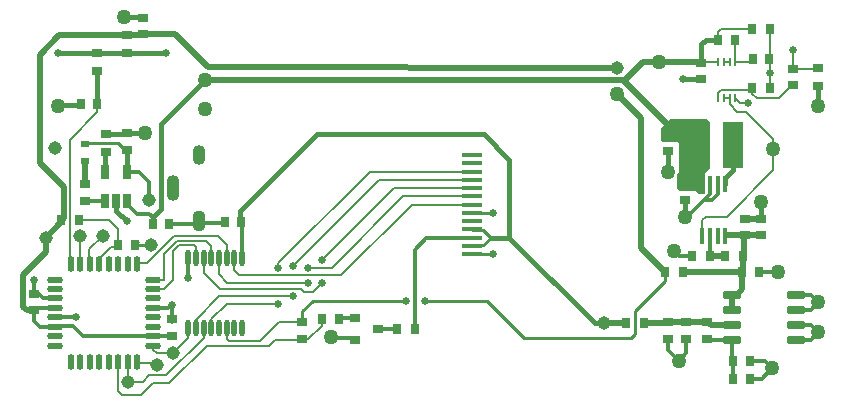
<source format=gtl>
G04*
G04 #@! TF.GenerationSoftware,Altium Limited,Altium Designer,19.1.7 (138)*
G04*
G04 Layer_Physical_Order=1*
G04 Layer_Color=255*
%FSLAX25Y25*%
%MOIN*%
G70*
G01*
G75*
%ADD38O,0.01772X0.05512*%
%ADD39R,0.06693X0.01378*%
G04:AMPARAMS|DCode=40|XSize=9.84mil|YSize=23.62mil|CornerRadius=1.97mil|HoleSize=0mil|Usage=FLASHONLY|Rotation=180.000|XOffset=0mil|YOffset=0mil|HoleType=Round|Shape=RoundedRectangle|*
%AMROUNDEDRECTD40*
21,1,0.00984,0.01968,0,0,180.0*
21,1,0.00591,0.02362,0,0,180.0*
1,1,0.00394,-0.00295,0.00984*
1,1,0.00394,0.00295,0.00984*
1,1,0.00394,0.00295,-0.00984*
1,1,0.00394,-0.00295,-0.00984*
%
%ADD40ROUNDEDRECTD40*%
%ADD41R,0.01772X0.05709*%
%ADD42R,0.07087X0.15748*%
%ADD43R,0.03543X0.03150*%
%ADD44R,0.02756X0.03543*%
%ADD45R,0.03150X0.03543*%
%ADD46R,0.03543X0.03150*%
%ADD47R,0.03543X0.02756*%
G04:AMPARAMS|DCode=48|XSize=23.62mil|YSize=57.09mil|CornerRadius=2.01mil|HoleSize=0mil|Usage=FLASHONLY|Rotation=90.000|XOffset=0mil|YOffset=0mil|HoleType=Round|Shape=RoundedRectangle|*
%AMROUNDEDRECTD48*
21,1,0.02362,0.05307,0,0,90.0*
21,1,0.01961,0.05709,0,0,90.0*
1,1,0.00402,0.02653,0.00980*
1,1,0.00402,0.02653,-0.00980*
1,1,0.00402,-0.02653,-0.00980*
1,1,0.00402,-0.02653,0.00980*
%
%ADD48ROUNDEDRECTD48*%
%ADD49O,0.05315X0.02165*%
%ADD50O,0.02165X0.05315*%
%ADD51R,0.02756X0.05118*%
%ADD52R,0.03150X0.02362*%
%ADD53C,0.02000*%
%ADD54C,0.01000*%
%ADD55C,0.00800*%
%ADD56C,0.01500*%
%ADD57C,0.01200*%
%ADD58O,0.04331X0.06693*%
%ADD59O,0.04331X0.07087*%
%ADD60O,0.04331X0.08661*%
%ADD61C,0.04500*%
%ADD62C,0.02500*%
%ADD63C,0.05000*%
G36*
X128000Y183000D02*
D01*
D02*
G37*
G36*
X313000Y223500D02*
X313000Y208200D01*
X311300Y206500D01*
X311300Y199876D01*
X310924Y199500D01*
X309300D01*
X308300Y200500D01*
X303000D01*
X302000Y201500D01*
X302000Y205881D01*
X302084Y206084D01*
X302500Y206500D01*
Y216500D01*
X302000Y217000D01*
X297000Y217000D01*
X296500Y217500D01*
X296500Y221500D01*
X299500Y224500D01*
X312000D01*
X313000Y223500D01*
D02*
G37*
D38*
X156957Y178114D02*
D03*
X154398D02*
D03*
X151839D02*
D03*
X149279D02*
D03*
X146721D02*
D03*
X144161D02*
D03*
X141602D02*
D03*
X139043D02*
D03*
X156957Y154886D02*
D03*
X154398D02*
D03*
X151839D02*
D03*
X149279D02*
D03*
X146721D02*
D03*
X144161D02*
D03*
X141602D02*
D03*
X139043D02*
D03*
D39*
X233500Y190476D02*
D03*
Y187721D02*
D03*
Y182209D02*
D03*
Y184965D02*
D03*
Y179453D02*
D03*
Y201500D02*
D03*
Y198744D02*
D03*
Y193232D02*
D03*
Y195988D02*
D03*
Y207012D02*
D03*
Y204256D02*
D03*
Y209768D02*
D03*
Y212524D02*
D03*
D40*
X321453Y243406D02*
D03*
X319484D02*
D03*
X317516D02*
D03*
X315547D02*
D03*
X321453Y231594D02*
D03*
X319484D02*
D03*
X317516D02*
D03*
X315547D02*
D03*
D41*
X315500Y203000D02*
D03*
X318059D02*
D03*
X312941D02*
D03*
X310382D02*
D03*
Y185677D02*
D03*
X312941D02*
D03*
X318059D02*
D03*
X315500D02*
D03*
D42*
X320500Y216000D02*
D03*
X308500D02*
D03*
D43*
X304500Y203000D02*
D03*
Y197488D02*
D03*
X118500Y214244D02*
D03*
Y219756D02*
D03*
X133500Y152244D02*
D03*
Y157756D02*
D03*
X87500Y160744D02*
D03*
Y166256D02*
D03*
X305000Y156756D02*
D03*
Y151244D02*
D03*
X124000Y252744D02*
D03*
Y258256D02*
D03*
X299000Y156756D02*
D03*
Y151244D02*
D03*
Y213744D02*
D03*
Y219256D02*
D03*
X330000Y185744D02*
D03*
Y191256D02*
D03*
X324500Y185744D02*
D03*
Y191256D02*
D03*
X310000Y237744D02*
D03*
Y243256D02*
D03*
X340500Y241256D02*
D03*
Y235744D02*
D03*
D44*
X285047Y156500D02*
D03*
X290953D02*
D03*
X298047Y173500D02*
D03*
X303953D02*
D03*
X102500Y191000D02*
D03*
X96595D02*
D03*
X214500Y154500D02*
D03*
X208594D02*
D03*
X320547Y144000D02*
D03*
X326453D02*
D03*
X189453Y158000D02*
D03*
X183547D02*
D03*
X307047Y179000D02*
D03*
X312953D02*
D03*
X318000Y179000D02*
D03*
X323905D02*
D03*
X315547Y251000D02*
D03*
X321453D02*
D03*
X327047Y254500D02*
D03*
X332953D02*
D03*
X332953Y235000D02*
D03*
X327047D02*
D03*
D45*
X121256Y182500D02*
D03*
X115744D02*
D03*
X320744Y138000D02*
D03*
X326256D02*
D03*
X323744Y173500D02*
D03*
X329256D02*
D03*
X156717Y190224D02*
D03*
X151205D02*
D03*
X332756Y244500D02*
D03*
X327244D02*
D03*
X132756Y189500D02*
D03*
X127244D02*
D03*
X103244Y229500D02*
D03*
X108756D02*
D03*
D46*
X202437Y154500D02*
D03*
X194563Y150760D02*
D03*
Y158240D02*
D03*
D47*
X108500Y246500D02*
D03*
Y240595D02*
D03*
X118500Y252500D02*
D03*
Y246595D02*
D03*
X312000Y156953D02*
D03*
Y151047D02*
D03*
X177000D02*
D03*
Y156953D02*
D03*
X111500Y219453D02*
D03*
Y213547D02*
D03*
X104500Y197047D02*
D03*
Y202953D02*
D03*
X349000Y235547D02*
D03*
Y241453D02*
D03*
D48*
X320272Y166000D02*
D03*
Y161000D02*
D03*
Y156000D02*
D03*
Y151000D02*
D03*
X341728Y166000D02*
D03*
Y161000D02*
D03*
Y156000D02*
D03*
Y151000D02*
D03*
D49*
X94661Y171024D02*
D03*
Y167874D02*
D03*
Y164724D02*
D03*
Y161575D02*
D03*
Y158425D02*
D03*
Y155276D02*
D03*
Y152126D02*
D03*
Y148976D02*
D03*
X127339D02*
D03*
Y152126D02*
D03*
Y155276D02*
D03*
Y158425D02*
D03*
Y161575D02*
D03*
Y164724D02*
D03*
Y167874D02*
D03*
Y171024D02*
D03*
D50*
X99976Y143661D02*
D03*
X103126D02*
D03*
X106276D02*
D03*
X109425D02*
D03*
X112575D02*
D03*
X115724D02*
D03*
X118874D02*
D03*
X122024D02*
D03*
Y176339D02*
D03*
X118874D02*
D03*
X115724D02*
D03*
X112575D02*
D03*
X109425D02*
D03*
X106276D02*
D03*
X103126D02*
D03*
X99976D02*
D03*
D51*
X111260Y206724D02*
D03*
X118740D02*
D03*
Y197276D02*
D03*
X115000D02*
D03*
X111260D02*
D03*
D52*
X104500Y216209D02*
D03*
Y210500D02*
D03*
D53*
X145532Y241968D02*
X280468Y241495D01*
X134756Y252744D02*
X145532Y241968D01*
X280468Y241495D02*
X281242Y242263D01*
X284500Y237500D02*
X290500Y243500D01*
X144500Y237500D02*
X284500D01*
X290500Y243500D02*
X296000D01*
X284250Y237250D02*
X299000Y222500D01*
X96595Y190547D02*
X97500Y191453D01*
X290953Y156500D02*
X291081Y156628D01*
X298872D01*
X299000Y156756D01*
Y219256D02*
Y222500D01*
X290000Y181500D02*
Y225000D01*
X282000Y233000D02*
X290000Y225000D01*
X304179Y173524D02*
X323744D01*
X320272Y166000D02*
X321945D01*
X323744Y167799D01*
Y173500D01*
X323825Y173581D01*
Y178919D01*
X323905Y179000D01*
X304155Y173547D02*
X304179Y173524D01*
X290000Y181500D02*
X297953Y173547D01*
X277500Y156500D02*
X285047D01*
X285047Y156500D01*
X96547Y190500D02*
X96595Y190547D01*
Y191000D01*
Y190047D02*
Y190547D01*
X312953Y179000D02*
X312953Y179000D01*
X318000D01*
X324500Y191256D02*
X330000D01*
X324467Y185711D02*
X324500Y185744D01*
X324203Y185447D02*
X324467Y185711D01*
X323905Y179000D02*
X324203Y179297D01*
Y185447D01*
X318173Y185711D02*
X324467D01*
X324500Y185744D02*
X330000D01*
X91500Y180172D02*
Y184500D01*
X91547Y185000D02*
X96595Y190047D01*
X97500Y191453D02*
Y202000D01*
X89500Y210000D02*
X97500Y202000D01*
X124000Y252744D02*
X134756D01*
X296000Y243500D02*
X296122Y243378D01*
X309878D01*
X310000Y243256D01*
X320272Y161000D02*
Y166000D01*
X84028Y172700D02*
X91500Y180172D01*
X84028Y161962D02*
Y172700D01*
Y161962D02*
X85246Y160744D01*
X87500D01*
X89500Y210000D02*
Y246000D01*
X96000Y252500D01*
X118500D01*
X118622Y252622D02*
X123878D01*
X299000Y156756D02*
X305000D01*
X305098Y156854D01*
X311902D01*
X312000Y156953D01*
X312394D01*
X313347Y156000D01*
X320272D01*
Y151000D02*
X320409Y150862D01*
Y144138D02*
X320547Y144000D01*
X104500Y202953D02*
Y210500D01*
D54*
X237469Y187531D02*
X240000Y185000D01*
X233689Y187531D02*
X237469D01*
X298047Y170547D02*
Y173500D01*
X288000Y160500D02*
X298047Y170547D01*
X288000Y153000D02*
Y160500D01*
X286500Y151500D02*
X288000Y153000D01*
X251000Y151500D02*
X286500D01*
X238500Y164000D02*
X251000Y151500D01*
X218000Y164000D02*
X238500D01*
X180500D02*
X211500D01*
X177000Y160500D02*
X180500Y164000D01*
X177000Y156953D02*
Y160500D01*
X237398Y182398D02*
X240000Y185000D01*
X233689Y182398D02*
X237398D01*
X233500Y182209D02*
X233689Y182398D01*
X233500Y187721D02*
X233689Y187531D01*
X233500Y179453D02*
X240453D01*
X233500Y193232D02*
X240453D01*
X115803Y216500D02*
X118303Y214000D01*
X121256Y182500D02*
X126500D01*
X121256D02*
X121256D01*
X122256Y183500D01*
X121256Y182500D02*
X121256Y182500D01*
X118303Y214000D02*
X118500D01*
X118740Y213760D01*
X104791Y216500D02*
X115803D01*
D55*
X144161Y151661D02*
Y154886D01*
X131550Y139050D02*
X144161Y151661D01*
X169453Y156953D02*
X177000D01*
X163000Y150500D02*
X169453Y156953D01*
X152500Y150500D02*
X163000D01*
X151839Y151161D02*
X152500Y150500D01*
X151839Y151161D02*
Y154886D01*
X166000Y149000D02*
X168024Y151024D01*
X145224Y149000D02*
X166000D01*
X132674Y136450D02*
X145224Y149000D01*
X183500Y155500D02*
Y157953D01*
X179047Y151047D02*
X183500Y155500D01*
X177000Y151047D02*
X179047D01*
X168024Y151024D02*
X176976D01*
X177000Y151047D01*
X318500Y192000D02*
X334000Y207500D01*
X311500Y192000D02*
X318500D01*
X310382Y190882D02*
X311500Y192000D01*
X319484Y229516D02*
Y231594D01*
Y229516D02*
X322000Y227000D01*
X325000D01*
X213488Y195988D02*
X233500D01*
X210744Y198744D02*
X233500D01*
X207500Y201500D02*
X233500D01*
X202756Y204256D02*
X233500D01*
X199512Y207012D02*
X233500D01*
X122024Y175875D02*
X122562Y176413D01*
X149000Y185500D02*
X151839Y182661D01*
Y178114D02*
Y182661D01*
X146721Y178114D02*
Y182280D01*
X145000Y184000D02*
X146721Y182280D01*
X135379Y184000D02*
X145000D01*
X141602Y178114D02*
Y181898D01*
Y177614D02*
Y178114D01*
X141000Y182500D02*
X141602Y181898D01*
X136000Y182500D02*
X141000D01*
X146721Y177614D02*
Y178114D01*
X131024Y179645D02*
X135379Y184000D01*
X131024Y171024D02*
Y179645D01*
X151839Y177614D02*
Y178114D01*
X134238Y185500D02*
X149000D01*
X176808Y167800D02*
X177608Y167000D01*
X152000Y170000D02*
X179000D01*
X144161Y173339D02*
Y178114D01*
X149700Y167800D02*
X176808D01*
X180500Y167000D02*
X183500Y170000D01*
X152000Y163000D02*
X169000D01*
X144161Y173339D02*
X149700Y167800D01*
X146721Y157720D02*
X152000Y163000D01*
X141602Y154386D02*
Y157602D01*
X149279Y172721D02*
X152000Y170000D01*
X141602Y157602D02*
X149450Y165450D01*
X177608Y167000D02*
X180500D01*
X149450Y165450D02*
X174050D01*
X149279Y172721D02*
Y178114D01*
X146721Y154386D02*
Y157720D01*
X334000Y207500D02*
Y214500D01*
X126050Y139050D02*
X131550D01*
X310382Y185677D02*
Y190882D01*
X325000Y227000D02*
X334000Y218000D01*
Y214500D02*
Y218000D01*
X156000Y172500D02*
X190000D01*
X154398Y174102D02*
X156000Y172500D01*
X154398Y174102D02*
Y178114D01*
X134000Y180500D02*
X136000Y182500D01*
X125151Y176413D02*
X134238Y185500D01*
X139043Y151416D02*
Y154886D01*
X134127Y146500D02*
X139043Y151416D01*
X134000Y171000D02*
Y180500D01*
X122562Y176413D02*
X125151D01*
X113303Y181803D02*
X115744D01*
X112500Y191000D02*
X115744Y187756D01*
X102500Y191000D02*
X112500D01*
X115744Y182500D02*
Y187756D01*
Y181803D02*
Y182500D01*
X109425Y176339D02*
Y177925D01*
Y175339D02*
Y176339D01*
X106138Y181138D02*
X110500Y185500D01*
X99650Y217650D02*
X108756Y226756D01*
X99650Y175665D02*
Y217650D01*
X103000Y177465D02*
Y185500D01*
X99650Y175665D02*
X99976Y175339D01*
X102500Y176965D02*
X103000Y177465D01*
X102500Y176965D02*
X103126Y176339D01*
X108756Y226756D02*
Y229500D01*
X169000Y176500D02*
X199512Y207012D01*
X169000Y175000D02*
Y176500D01*
X174000Y175500D02*
X202756Y204256D01*
X187000Y175000D02*
X210744Y198744D01*
X179000Y175000D02*
X187000D01*
X183500Y177500D02*
X207500Y201500D01*
X190000Y172500D02*
X213488Y195988D01*
X194323Y158000D02*
X194563Y158240D01*
X109425Y177925D02*
X113303Y181803D01*
X106138Y176476D02*
Y181138D01*
X349197Y241256D02*
X349500Y240953D01*
X117000Y132500D02*
X123307D01*
X115650Y133850D02*
X117000Y132500D01*
X115650Y133850D02*
Y142587D01*
X127257Y136450D02*
X132674D01*
X128500Y146500D02*
X134000D01*
X134127D01*
X127339Y147661D02*
X128500Y146500D01*
X130874Y167874D02*
X134000Y171000D01*
X123307Y132500D02*
X127257Y136450D01*
X115650Y142587D02*
X115724Y142661D01*
X122470Y143081D02*
X127919D01*
X124000Y137000D02*
X126050Y139050D01*
X119000Y137000D02*
X124000D01*
X119000D02*
Y143535D01*
X118874Y143661D02*
X119000Y143535D01*
X127339Y147661D02*
Y148976D01*
X122024Y175339D02*
Y175875D01*
X127339Y171024D02*
X131024D01*
X127339Y167874D02*
X130874D01*
X321476Y231571D02*
X323047Y230000D01*
X325500D01*
X316500Y254500D02*
X327047D01*
X327047Y232953D02*
Y234226D01*
X316628Y234128D02*
X326949D01*
X327047Y234226D01*
X315639Y233139D02*
X316628Y234128D01*
X315639Y231687D02*
Y233139D01*
X315547Y231594D02*
X315639Y231687D01*
X315547Y231594D02*
X315639Y231502D01*
X327047Y232953D02*
X328500Y231500D01*
X336059D01*
X340303Y235744D01*
X340500D01*
X332953Y239902D02*
Y244303D01*
Y235000D02*
Y239902D01*
X332756Y244500D02*
X332953Y244303D01*
X315547Y251000D02*
X315547Y251000D01*
X340500Y247500D02*
X340500Y247500D01*
X340500Y241256D02*
Y247500D01*
X317516Y231594D02*
X319484D01*
X340500Y241256D02*
X349197D01*
X340256Y235500D02*
X340500Y235744D01*
X332756Y244500D02*
X332953Y244697D01*
Y254500D01*
X315547Y253547D02*
X316500Y254500D01*
X315547Y251000D02*
Y253547D01*
X321453Y243406D02*
X326150D01*
X327244Y244500D01*
X317516Y243406D02*
X319484D01*
X321453D02*
Y251000D01*
X310150Y243406D02*
X315547D01*
X310000Y243256D02*
X310150Y243406D01*
D56*
X237500Y219500D02*
X246000Y211000D01*
X182000Y219500D02*
X237500D01*
X156476Y193976D02*
X182000Y219500D01*
X274500Y156500D02*
X277500D01*
X246000Y185000D02*
X274500Y156500D01*
X246000Y185000D02*
Y211000D01*
X130000Y223000D02*
X144500Y237500D01*
X130000Y194500D02*
Y223000D01*
X320500Y207409D02*
Y216000D01*
X318059Y204969D02*
X320500Y207409D01*
X318059Y203000D02*
Y204969D01*
X299000Y207000D02*
X299000Y207000D01*
X156476Y190465D02*
Y193976D01*
X240000Y185000D02*
X246000D01*
X330000Y191256D02*
Y197000D01*
X299000Y207000D02*
Y213744D01*
X310000Y243256D02*
Y249500D01*
X309744Y238000D02*
X310000Y237744D01*
X304000Y238000D02*
X309744D01*
X115000Y194000D02*
X118500Y190500D01*
X115000Y194000D02*
Y197276D01*
X87500Y160256D02*
X87631Y160387D01*
X87692Y160448D01*
X117500Y258500D02*
X117622Y258378D01*
X123878D01*
X124000Y258256D01*
X127351Y191851D02*
X130000Y194500D01*
X95500Y228783D02*
X95858Y229142D01*
X127351Y189595D02*
Y191851D01*
X329256Y173500D02*
X329256Y173500D01*
X111500Y219453D02*
X111652Y219604D01*
X118348D01*
X118500Y219756D01*
X118622Y219878D02*
X124378D01*
X118500Y219756D02*
X118622Y219878D01*
X111380Y213427D02*
X111500Y213547D01*
X304500Y191744D02*
Y197488D01*
X95858Y229142D02*
X102886D01*
X103244Y229500D01*
X108628Y229628D02*
Y240466D01*
X311500Y251000D02*
X315547D01*
X310000Y249500D02*
X311500Y251000D01*
X349000Y229000D02*
Y235547D01*
X349000Y235547D02*
X349000Y235547D01*
X95500Y246500D02*
X108500D01*
X131453Y246547D02*
X131500Y246500D01*
X118547Y246547D02*
X131453D01*
X118500Y246595D02*
X118547Y246547D01*
X108500Y246500D02*
X108547Y246547D01*
X118453D01*
X118500Y246595D01*
X111380Y206844D02*
Y213427D01*
X111260Y206724D02*
X111380Y206844D01*
X118740Y206724D02*
Y213760D01*
D57*
X127398Y152185D02*
X133500D01*
X94661Y155460D02*
X100540D01*
X183476Y157976D02*
X183500Y157953D01*
X313488Y197488D02*
X315500Y199500D01*
X310988Y197488D02*
X313488D01*
X315500Y199500D02*
Y203000D01*
X310988Y197488D02*
X312941Y199441D01*
Y203000D01*
X305244Y191744D02*
X310988Y197488D01*
X304500Y191744D02*
X305244D01*
X326453Y139000D02*
X327453Y138000D01*
X150268Y189976D02*
X150744Y189500D01*
X132756Y189476D02*
X141524D01*
X218465Y184965D02*
X233500D01*
X142500Y190453D02*
X142976Y189976D01*
X150268D01*
X156717Y190224D02*
X156957Y189984D01*
X156476Y190465D02*
X156717Y190224D01*
X156957Y178114D02*
Y189984D01*
Y177614D02*
Y178114D01*
X139022Y171522D02*
Y177593D01*
X139000Y171500D02*
X139022Y171522D01*
Y177593D02*
X139043Y177614D01*
X302500Y179000D02*
X307047D01*
X301000Y180500D02*
X302500Y179000D01*
X312947Y179006D02*
X312953Y179000D01*
X312947Y179006D02*
Y185671D01*
X312941Y185677D02*
X312947Y185671D01*
X127919Y143081D02*
X128500Y142500D01*
X133148Y162500D02*
X133500D01*
X132223Y161575D02*
X133148Y162500D01*
X127339Y161575D02*
X132223D01*
X141524Y189476D02*
X142500Y190453D01*
X133500Y157756D02*
Y162500D01*
Y156756D02*
Y157756D01*
X133500Y162500D02*
X133500Y162500D01*
X87500Y160744D02*
X88146Y161390D01*
X94477D01*
X94661Y161575D01*
X90776Y164724D02*
X94661D01*
X89724Y155276D02*
X94661D01*
X87631Y157369D02*
X89724Y155276D01*
X87500Y166256D02*
Y171000D01*
Y166256D02*
X87500Y166256D01*
X186500Y152000D02*
X187120Y151380D01*
X193943D01*
X194563Y150760D01*
X214500Y181000D02*
X218465Y184965D01*
X214500Y155000D02*
Y181000D01*
X189573Y158120D02*
X194203D01*
X189453Y158000D02*
X189573Y158120D01*
X194203D02*
X194323Y158000D01*
X111031Y197047D02*
X111260Y197276D01*
X104500Y197047D02*
X111031D01*
X89244Y166256D02*
X90776Y164724D01*
X87500Y166256D02*
X89244D01*
X121841Y192994D02*
X126006D01*
X118740Y196095D02*
X121841Y192994D01*
X118740Y196095D02*
Y197276D01*
X202437Y154500D02*
X208594D01*
X122024Y143527D02*
X122470Y143081D01*
X122024Y143527D02*
Y143661D01*
X132756Y189500D02*
Y189697D01*
X100540Y155460D02*
X103874Y152126D01*
X127339D01*
X101463Y158463D02*
X101500Y158500D01*
X94699Y158463D02*
X101463D01*
X94661Y158425D02*
X94699Y158463D01*
X87631Y160387D02*
Y160613D01*
X87500Y160744D02*
X87631Y160613D01*
Y157369D02*
Y160387D01*
X118500Y252500D02*
X118622Y252622D01*
X123878D02*
X124000Y252744D01*
X106138Y176476D02*
X106276Y176339D01*
X126006Y192994D02*
X127256Y191744D01*
X118740Y206724D02*
X122776D01*
X126000Y203500D01*
Y197500D02*
Y203500D01*
X302500Y143972D02*
X305000Y146472D01*
Y151244D01*
X299000Y147472D02*
Y151244D01*
Y147472D02*
X302500Y143972D01*
X330224Y138000D02*
X333724Y141500D01*
X327453Y138000D02*
X330224D01*
X320646Y138098D02*
X320744Y138000D01*
X320646Y138098D02*
Y143902D01*
X320547Y144000D02*
X320646Y143902D01*
X320248Y151024D02*
X320272Y151000D01*
X312024Y151024D02*
X320248D01*
X312000Y151047D02*
X312024Y151024D01*
X320409Y144138D02*
Y150862D01*
X326453Y144000D02*
X331224D01*
X333724Y141500D01*
X341728Y156000D02*
X346500D01*
X349000Y153500D01*
X341728Y151000D02*
X346500D01*
X349000Y153500D01*
X346500Y161000D02*
X349000Y163500D01*
X341728Y161000D02*
X346500D01*
Y166000D02*
X349000Y163500D01*
X341728Y166000D02*
X346500D01*
X329256Y173500D02*
X335500D01*
X108628Y229628D02*
X108756Y229500D01*
X108500Y240595D02*
X108628Y240466D01*
D58*
X142500Y212500D02*
D03*
D59*
Y190453D02*
D03*
D60*
X134035Y201476D02*
D03*
D61*
X282000Y241500D02*
D03*
X277500Y156500D02*
D03*
X128500Y142500D02*
D03*
X126000Y197500D02*
D03*
X126500Y182500D02*
D03*
X94500Y215000D02*
D03*
X91547Y185000D02*
D03*
X110500Y185500D02*
D03*
X103000D02*
D03*
X134000Y146500D02*
D03*
X119000Y137000D02*
D03*
D62*
X211500Y164000D02*
D03*
X218000D02*
D03*
X183500Y170000D02*
D03*
X174050Y165450D02*
D03*
X179000Y170000D02*
D03*
X139000Y171500D02*
D03*
X169000Y163000D02*
D03*
X240500Y179500D02*
D03*
Y193280D02*
D03*
X133500Y162500D02*
D03*
X169000Y175000D02*
D03*
X183500Y177500D02*
D03*
X179000Y175000D02*
D03*
X174000Y175500D02*
D03*
X87500Y171000D02*
D03*
X304000Y238000D02*
D03*
X118500Y190500D02*
D03*
X101500Y158500D02*
D03*
X131500Y246500D02*
D03*
X95500D02*
D03*
X325500Y230000D02*
D03*
X332953Y239902D02*
D03*
X340500Y247500D02*
D03*
D63*
X144500Y237500D02*
D03*
X282000Y233000D02*
D03*
X299000Y207000D02*
D03*
X330000Y197000D02*
D03*
X301000Y180500D02*
D03*
X334000Y214500D02*
D03*
X296000Y243500D02*
D03*
X186500Y152000D02*
D03*
X117500Y258500D02*
D03*
X95500Y228783D02*
D03*
X302500Y143972D02*
D03*
X333724Y141500D02*
D03*
X349000Y153500D02*
D03*
Y163500D02*
D03*
X335500Y173500D02*
D03*
X144500Y228000D02*
D03*
X124500Y220000D02*
D03*
X304500Y191744D02*
D03*
X349000Y229000D02*
D03*
M02*

</source>
